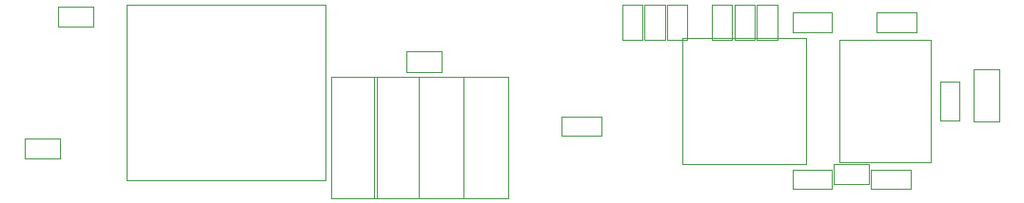
<source format=gbr>
%TF.GenerationSoftware,KiCad,Pcbnew,4.0.7*%
%TF.CreationDate,2018-01-21T21:24:05+02:00*%
%TF.ProjectId,OilMeteo_V2.0,4F696C4D6574656F5F56322E302E6B69,rev?*%
%TF.FileFunction,Other,User*%
%FSLAX46Y46*%
G04 Gerber Fmt 4.6, Leading zero omitted, Abs format (unit mm)*
G04 Created by KiCad (PCBNEW 4.0.7) date 01/21/18 21:24:05*
%MOMM*%
%LPD*%
G01*
G04 APERTURE LIST*
%ADD10C,0.100000*%
%ADD11C,0.050000*%
G04 APERTURE END LIST*
D10*
D11*
X147750000Y-47130000D02*
X151250000Y-47130000D01*
X147750000Y-47130000D02*
X147750000Y-45380000D01*
X151250000Y-45380000D02*
X151250000Y-47130000D01*
X151250000Y-45380000D02*
X147750000Y-45380000D01*
X168250000Y-51880000D02*
X171750000Y-51880000D01*
X168250000Y-51880000D02*
X168250000Y-50130000D01*
X171750000Y-50130000D02*
X171750000Y-51880000D01*
X171750000Y-50130000D02*
X168250000Y-50130000D01*
X178750000Y-50120000D02*
X175250000Y-50120000D01*
X178750000Y-50120000D02*
X178750000Y-51870000D01*
X175250000Y-51870000D02*
X175250000Y-50120000D01*
X175250000Y-51870000D02*
X178750000Y-51870000D01*
X139000000Y-41850000D02*
X143000000Y-41850000D01*
X143000000Y-41850000D02*
X143000000Y-52650000D01*
X143000000Y-52650000D02*
X139000000Y-52650000D01*
X139000000Y-52650000D02*
X139000000Y-41850000D01*
X135000000Y-41850000D02*
X139000000Y-41850000D01*
X139000000Y-41850000D02*
X139000000Y-52650000D01*
X139000000Y-52650000D02*
X135000000Y-52650000D01*
X135000000Y-52650000D02*
X135000000Y-41850000D01*
X131000000Y-41850000D02*
X135000000Y-41850000D01*
X135000000Y-41850000D02*
X135000000Y-52650000D01*
X135000000Y-52650000D02*
X131000000Y-52650000D01*
X131000000Y-52650000D02*
X131000000Y-41850000D01*
X175750000Y-37880000D02*
X179250000Y-37880000D01*
X175750000Y-37880000D02*
X175750000Y-36130000D01*
X179250000Y-36130000D02*
X179250000Y-37880000D01*
X179250000Y-36130000D02*
X175750000Y-36130000D01*
X171750000Y-36120000D02*
X168250000Y-36120000D01*
X171750000Y-36120000D02*
X171750000Y-37870000D01*
X168250000Y-37870000D02*
X168250000Y-36120000D01*
X168250000Y-37870000D02*
X171750000Y-37870000D01*
X183130000Y-45750000D02*
X183130000Y-42250000D01*
X183130000Y-45750000D02*
X181380000Y-45750000D01*
X181380000Y-42250000D02*
X183130000Y-42250000D01*
X181380000Y-42250000D02*
X181380000Y-45750000D01*
X127250000Y-41850000D02*
X131250000Y-41850000D01*
X131250000Y-41850000D02*
X131250000Y-52650000D01*
X131250000Y-52650000D02*
X127250000Y-52650000D01*
X127250000Y-52650000D02*
X127250000Y-41850000D01*
X180550000Y-38550000D02*
X172450000Y-38550000D01*
X180550000Y-38550000D02*
X180550000Y-49450000D01*
X172450000Y-49450000D02*
X172450000Y-38550000D01*
X172450000Y-49450000D02*
X180550000Y-49450000D01*
X184340000Y-41200000D02*
X184340000Y-45800000D01*
X186660000Y-41200000D02*
X186660000Y-45800000D01*
X184340000Y-41200000D02*
X186660000Y-41200000D01*
X184340000Y-45800000D02*
X186660000Y-45800000D01*
X109000000Y-51100000D02*
X126700000Y-51100000D01*
X109000000Y-35400000D02*
X109000000Y-51100000D01*
X126700000Y-35400000D02*
X109000000Y-35400000D01*
X126700000Y-51100000D02*
X126700000Y-35400000D01*
X133950000Y-41400000D02*
X137050000Y-41400000D01*
X133950000Y-41400000D02*
X133950000Y-39600000D01*
X137050000Y-39600000D02*
X137050000Y-41400000D01*
X137050000Y-39600000D02*
X133950000Y-39600000D01*
X171950000Y-51400000D02*
X175050000Y-51400000D01*
X171950000Y-51400000D02*
X171950000Y-49600000D01*
X175050000Y-49600000D02*
X175050000Y-51400000D01*
X175050000Y-49600000D02*
X171950000Y-49600000D01*
X155100000Y-35450000D02*
X155100000Y-38550000D01*
X155100000Y-35450000D02*
X156900000Y-35450000D01*
X156900000Y-38550000D02*
X155100000Y-38550000D01*
X156900000Y-38550000D02*
X156900000Y-35450000D01*
X106050000Y-35600000D02*
X102950000Y-35600000D01*
X106050000Y-35600000D02*
X106050000Y-37400000D01*
X102950000Y-37400000D02*
X102950000Y-35600000D01*
X102950000Y-37400000D02*
X106050000Y-37400000D01*
X99950000Y-49150000D02*
X103050000Y-49150000D01*
X99950000Y-49150000D02*
X99950000Y-47350000D01*
X103050000Y-47350000D02*
X103050000Y-49150000D01*
X103050000Y-47350000D02*
X99950000Y-47350000D01*
X162898660Y-38550180D02*
X162898660Y-35450180D01*
X162898660Y-38550180D02*
X161098660Y-38550180D01*
X161098660Y-35450180D02*
X162898660Y-35450180D01*
X161098660Y-35450180D02*
X161098660Y-38550180D01*
X164897640Y-38550180D02*
X164897640Y-35450180D01*
X164897640Y-38550180D02*
X163097640Y-38550180D01*
X163097640Y-35450180D02*
X164897640Y-35450180D01*
X163097640Y-35450180D02*
X163097640Y-38550180D01*
X166900000Y-38550000D02*
X166900000Y-35450000D01*
X166900000Y-38550000D02*
X165100000Y-38550000D01*
X165100000Y-35450000D02*
X166900000Y-35450000D01*
X165100000Y-35450000D02*
X165100000Y-38550000D01*
X157100000Y-35450000D02*
X157100000Y-38550000D01*
X157100000Y-35450000D02*
X158900000Y-35450000D01*
X158900000Y-38550000D02*
X157100000Y-38550000D01*
X158900000Y-38550000D02*
X158900000Y-35450000D01*
X153100000Y-35450000D02*
X153100000Y-38550000D01*
X153100000Y-35450000D02*
X154900000Y-35450000D01*
X154900000Y-38550000D02*
X153100000Y-38550000D01*
X154900000Y-38550000D02*
X154900000Y-35450000D01*
X158500000Y-38350000D02*
X169500000Y-38350000D01*
X158500000Y-49650000D02*
X169500000Y-49650000D01*
X158500000Y-38350000D02*
X158500000Y-49650000D01*
X169500000Y-38350000D02*
X169500000Y-49650000D01*
M02*

</source>
